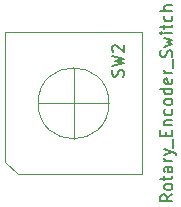
<source format=gbr>
G04 #@! TF.GenerationSoftware,KiCad,Pcbnew,(5.1.10)-1*
G04 #@! TF.CreationDate,2021-06-22T17:57:11+07:00*
G04 #@! TF.ProjectId,averange65,61766572-616e-4676-9536-352e6b696361,rev?*
G04 #@! TF.SameCoordinates,Original*
G04 #@! TF.FileFunction,Other,Fab,Top*
%FSLAX46Y46*%
G04 Gerber Fmt 4.6, Leading zero omitted, Abs format (unit mm)*
G04 Created by KiCad (PCBNEW (5.1.10)-1) date 2021-06-22 17:57:11*
%MOMM*%
%LPD*%
G01*
G04 APERTURE LIST*
%ADD10C,0.120000*%
%ADD11C,0.150000*%
G04 APERTURE END LIST*
D10*
X323850000Y-60150000D02*
X323850000Y-54150000D01*
X320850000Y-57150000D02*
X326850000Y-57150000D01*
X319150000Y-63150000D02*
X318050000Y-62150000D01*
X329650000Y-63150000D02*
X319150000Y-63150000D01*
X329650000Y-51150000D02*
X329650000Y-63150000D01*
X318050000Y-51150000D02*
X329650000Y-51150000D01*
X318050000Y-62150000D02*
X318050000Y-51150000D01*
X326850000Y-57150000D02*
G75*
G03*
X326850000Y-57150000I-3000000J0D01*
G01*
D11*
X332202380Y-64864285D02*
X331726190Y-65197619D01*
X332202380Y-65435714D02*
X331202380Y-65435714D01*
X331202380Y-65054761D01*
X331250000Y-64959523D01*
X331297619Y-64911904D01*
X331392857Y-64864285D01*
X331535714Y-64864285D01*
X331630952Y-64911904D01*
X331678571Y-64959523D01*
X331726190Y-65054761D01*
X331726190Y-65435714D01*
X332202380Y-64292857D02*
X332154761Y-64388095D01*
X332107142Y-64435714D01*
X332011904Y-64483333D01*
X331726190Y-64483333D01*
X331630952Y-64435714D01*
X331583333Y-64388095D01*
X331535714Y-64292857D01*
X331535714Y-64150000D01*
X331583333Y-64054761D01*
X331630952Y-64007142D01*
X331726190Y-63959523D01*
X332011904Y-63959523D01*
X332107142Y-64007142D01*
X332154761Y-64054761D01*
X332202380Y-64150000D01*
X332202380Y-64292857D01*
X331535714Y-63673809D02*
X331535714Y-63292857D01*
X331202380Y-63530952D02*
X332059523Y-63530952D01*
X332154761Y-63483333D01*
X332202380Y-63388095D01*
X332202380Y-63292857D01*
X332202380Y-62530952D02*
X331678571Y-62530952D01*
X331583333Y-62578571D01*
X331535714Y-62673809D01*
X331535714Y-62864285D01*
X331583333Y-62959523D01*
X332154761Y-62530952D02*
X332202380Y-62626190D01*
X332202380Y-62864285D01*
X332154761Y-62959523D01*
X332059523Y-63007142D01*
X331964285Y-63007142D01*
X331869047Y-62959523D01*
X331821428Y-62864285D01*
X331821428Y-62626190D01*
X331773809Y-62530952D01*
X332202380Y-62054761D02*
X331535714Y-62054761D01*
X331726190Y-62054761D02*
X331630952Y-62007142D01*
X331583333Y-61959523D01*
X331535714Y-61864285D01*
X331535714Y-61769047D01*
X331535714Y-61530952D02*
X332202380Y-61292857D01*
X331535714Y-61054761D02*
X332202380Y-61292857D01*
X332440476Y-61388095D01*
X332488095Y-61435714D01*
X332535714Y-61530952D01*
X332297619Y-60911904D02*
X332297619Y-60150000D01*
X331678571Y-59911904D02*
X331678571Y-59578571D01*
X332202380Y-59435714D02*
X332202380Y-59911904D01*
X331202380Y-59911904D01*
X331202380Y-59435714D01*
X331535714Y-59007142D02*
X332202380Y-59007142D01*
X331630952Y-59007142D02*
X331583333Y-58959523D01*
X331535714Y-58864285D01*
X331535714Y-58721428D01*
X331583333Y-58626190D01*
X331678571Y-58578571D01*
X332202380Y-58578571D01*
X332154761Y-57673809D02*
X332202380Y-57769047D01*
X332202380Y-57959523D01*
X332154761Y-58054761D01*
X332107142Y-58102380D01*
X332011904Y-58150000D01*
X331726190Y-58150000D01*
X331630952Y-58102380D01*
X331583333Y-58054761D01*
X331535714Y-57959523D01*
X331535714Y-57769047D01*
X331583333Y-57673809D01*
X332202380Y-57102380D02*
X332154761Y-57197619D01*
X332107142Y-57245238D01*
X332011904Y-57292857D01*
X331726190Y-57292857D01*
X331630952Y-57245238D01*
X331583333Y-57197619D01*
X331535714Y-57102380D01*
X331535714Y-56959523D01*
X331583333Y-56864285D01*
X331630952Y-56816666D01*
X331726190Y-56769047D01*
X332011904Y-56769047D01*
X332107142Y-56816666D01*
X332154761Y-56864285D01*
X332202380Y-56959523D01*
X332202380Y-57102380D01*
X332202380Y-55911904D02*
X331202380Y-55911904D01*
X332154761Y-55911904D02*
X332202380Y-56007142D01*
X332202380Y-56197619D01*
X332154761Y-56292857D01*
X332107142Y-56340476D01*
X332011904Y-56388095D01*
X331726190Y-56388095D01*
X331630952Y-56340476D01*
X331583333Y-56292857D01*
X331535714Y-56197619D01*
X331535714Y-56007142D01*
X331583333Y-55911904D01*
X332154761Y-55054761D02*
X332202380Y-55150000D01*
X332202380Y-55340476D01*
X332154761Y-55435714D01*
X332059523Y-55483333D01*
X331678571Y-55483333D01*
X331583333Y-55435714D01*
X331535714Y-55340476D01*
X331535714Y-55150000D01*
X331583333Y-55054761D01*
X331678571Y-55007142D01*
X331773809Y-55007142D01*
X331869047Y-55483333D01*
X332202380Y-54578571D02*
X331535714Y-54578571D01*
X331726190Y-54578571D02*
X331630952Y-54530952D01*
X331583333Y-54483333D01*
X331535714Y-54388095D01*
X331535714Y-54292857D01*
X332297619Y-54197619D02*
X332297619Y-53435714D01*
X332154761Y-53245238D02*
X332202380Y-53102380D01*
X332202380Y-52864285D01*
X332154761Y-52769047D01*
X332107142Y-52721428D01*
X332011904Y-52673809D01*
X331916666Y-52673809D01*
X331821428Y-52721428D01*
X331773809Y-52769047D01*
X331726190Y-52864285D01*
X331678571Y-53054761D01*
X331630952Y-53150000D01*
X331583333Y-53197619D01*
X331488095Y-53245238D01*
X331392857Y-53245238D01*
X331297619Y-53197619D01*
X331250000Y-53150000D01*
X331202380Y-53054761D01*
X331202380Y-52816666D01*
X331250000Y-52673809D01*
X331535714Y-52340476D02*
X332202380Y-52150000D01*
X331726190Y-51959523D01*
X332202380Y-51769047D01*
X331535714Y-51578571D01*
X332202380Y-51197619D02*
X331535714Y-51197619D01*
X331202380Y-51197619D02*
X331250000Y-51245238D01*
X331297619Y-51197619D01*
X331250000Y-51150000D01*
X331202380Y-51197619D01*
X331297619Y-51197619D01*
X331535714Y-50864285D02*
X331535714Y-50483333D01*
X331202380Y-50721428D02*
X332059523Y-50721428D01*
X332154761Y-50673809D01*
X332202380Y-50578571D01*
X332202380Y-50483333D01*
X332154761Y-49721428D02*
X332202380Y-49816666D01*
X332202380Y-50007142D01*
X332154761Y-50102380D01*
X332107142Y-50150000D01*
X332011904Y-50197619D01*
X331726190Y-50197619D01*
X331630952Y-50150000D01*
X331583333Y-50102380D01*
X331535714Y-50007142D01*
X331535714Y-49816666D01*
X331583333Y-49721428D01*
X332202380Y-49292857D02*
X331202380Y-49292857D01*
X332202380Y-48864285D02*
X331678571Y-48864285D01*
X331583333Y-48911904D01*
X331535714Y-49007142D01*
X331535714Y-49150000D01*
X331583333Y-49245238D01*
X331630952Y-49292857D01*
X328054761Y-54883333D02*
X328102380Y-54740476D01*
X328102380Y-54502380D01*
X328054761Y-54407142D01*
X328007142Y-54359523D01*
X327911904Y-54311904D01*
X327816666Y-54311904D01*
X327721428Y-54359523D01*
X327673809Y-54407142D01*
X327626190Y-54502380D01*
X327578571Y-54692857D01*
X327530952Y-54788095D01*
X327483333Y-54835714D01*
X327388095Y-54883333D01*
X327292857Y-54883333D01*
X327197619Y-54835714D01*
X327150000Y-54788095D01*
X327102380Y-54692857D01*
X327102380Y-54454761D01*
X327150000Y-54311904D01*
X327102380Y-53978571D02*
X328102380Y-53740476D01*
X327388095Y-53550000D01*
X328102380Y-53359523D01*
X327102380Y-53121428D01*
X327197619Y-52788095D02*
X327150000Y-52740476D01*
X327102380Y-52645238D01*
X327102380Y-52407142D01*
X327150000Y-52311904D01*
X327197619Y-52264285D01*
X327292857Y-52216666D01*
X327388095Y-52216666D01*
X327530952Y-52264285D01*
X328102380Y-52835714D01*
X328102380Y-52216666D01*
M02*

</source>
